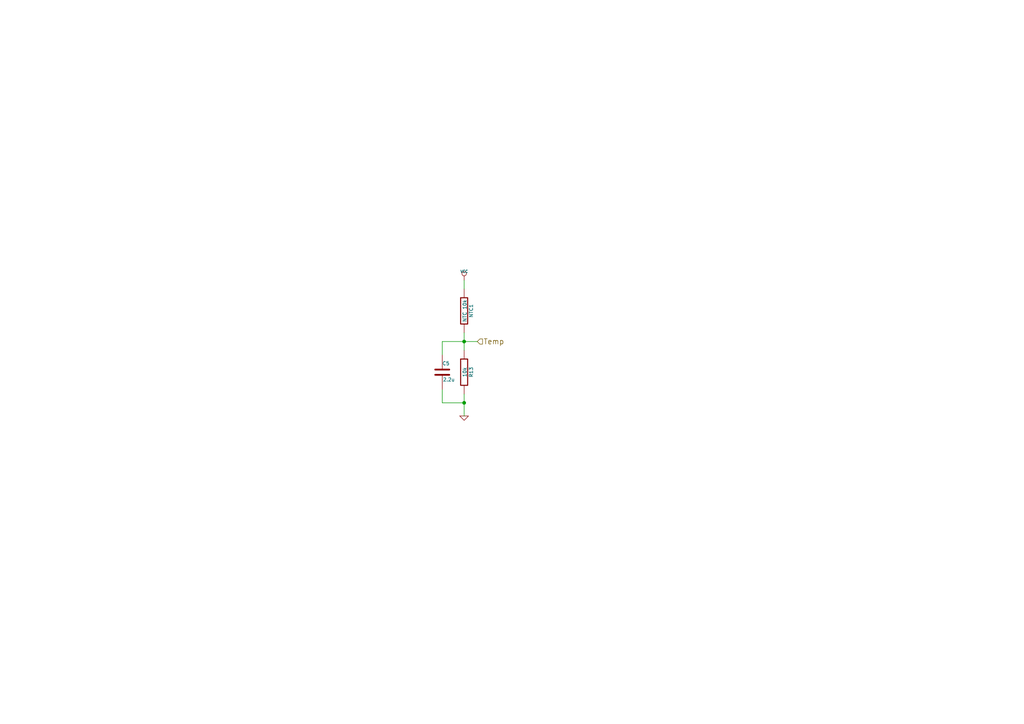
<source format=kicad_sch>
(kicad_sch (version 20231120) (generator "eeschema") (generator_version "8.0")
  (paper "A4")
  (lib_symbols
    (symbol "BLDC_4-rescue:C-RESCUE-BLDC_4" (pin_numbers hide) (pin_names (offset 0.254))
      (property "Reference" "C" (at 0 2.54 0))
      (property "Value" "C-RESCUE-BLDC_4" (at 0.1524 -2.159 0))
      (symbol "C-RESCUE-BLDC_4_0_1"
        (polyline (pts (xy -2.032 -0.762) (xy 2.032 -0.762)) (stroke (width 0.508)))
        (polyline (pts (xy -2.032 0.762) (xy 2.032 0.762)) (stroke (width 0.508)))
      )
      (symbol "C-RESCUE-BLDC_4_1_1"
        (pin passive line (at 0 5.08 270) (length 4.318) (name "~") (number "1"))
        (pin passive line (at 0 -5.08 90) (length 4.318) (name "~") (number "2"))
      )
    )
    (symbol "BLDC_4-rescue:GND-RESCUE-BLDC_4" (power) (pin_names (offset 0))
      (symbol "GND-RESCUE-BLDC_4_0_1"
        (polyline (pts (xy -1.27 0) (xy 0 -1.27) (xy 1.27 0) (xy -1.27 0)))
      )
      (symbol "GND-RESCUE-BLDC_4_1_1"
        (pin power_in line (at 0 0 90) (length 0) hide (name "GND") (number "1"))
      )
    )
    (symbol "BLDC_4-rescue:R-RESCUE-BLDC_4" (pin_numbers hide) (pin_names (offset 0))
      (property "Reference" "R" (at 2.032 0 90))
      (property "Value" "R-RESCUE-BLDC_4" (at 0.1778 0.0254 90))
      (symbol "R-RESCUE-BLDC_4_0_1"
        (rectangle (start -1.016 3.81) (end 1.016 -3.81) (stroke (width 0.3048)))
      )
      (symbol "R-RESCUE-BLDC_4_1_1"
        (pin passive line (at 0 6.35 270) (length 2.54) (name "~") (number "1"))
        (pin passive line (at 0 -6.35 90) (length 2.54) (name "~") (number "2"))
      )
    )
    (symbol "BLDC_4-rescue:VCC" (power) (pin_names (offset 0))
      (property "Value" "VCC" (at 0 3.81 0))
      (symbol "VCC_0_1"
        (polyline (pts (xy 0 0) (xy 0 1.27)))
        (circle (center 0 1.905) (radius 0.635))
      )
      (symbol "VCC_1_1"
        (pin power_in line (at 0 0 90) (length 0) hide (name "VCC") (number "1"))
      )
    )
  )
  (junction (at 134.62 116.84))
  (junction (at 134.62 99.06))
  (wire (pts (xy 128.27 99.06) (xy 128.27 102.87)))
  (wire (pts (xy 128.27 99.06) (xy 134.62 99.06)))
  (wire (pts (xy 128.27 113.03) (xy 128.27 116.84)))
  (wire (pts (xy 134.62 99.06) (xy 138.43 99.06)))
  (wire (pts (xy 134.62 99.06) (xy 134.62 101.6)))
  (wire (pts (xy 134.62 96.52) (xy 134.62 99.06)))
  (wire (pts (xy 128.27 116.84) (xy 134.62 116.84)))
  (wire (pts (xy 134.62 114.3) (xy 134.62 116.84)))
  (wire (pts (xy 134.62 81.28) (xy 134.62 83.82)))
  (wire (pts (xy 134.62 116.84) (xy 134.62 120.65)))
  (hierarchical_label "Temp" (shape input) (at 138.43 99.06 0) (effects (font (size 1.524 1.524))))
  (symbol (lib_id "BLDC_4-rescue:R-RESCUE-BLDC_4") (at 134.62 90.17 0) (unit 1)
    (property "Reference" "NTC1" (at 136.652 90.17 90) (effects (font (size 1.016 1.016))))
    (property "Value" "NTC 10k" (at 134.7978 90.1446 90) (effects (font (size 1.016 1.016))))
    (property "Footprint" "Resistor_SMD:R_0603_1608Metric" (effects (hide yes)))
  )
  (symbol (lib_id "BLDC_4-rescue:R-RESCUE-BLDC_4") (at 134.62 107.95 0) (unit 1)
    (property "Reference" "R13" (at 136.652 107.95 90) (effects (font (size 1.016 1.016))))
    (property "Value" "10k" (at 134.7978 107.9246 90) (effects (font (size 1.016 1.016))))
    (property "Footprint" "Resistor_SMD:R_0603_1608Metric" (effects (hide yes)))
  )
  (symbol (lib_id "BLDC_4-rescue:C-RESCUE-BLDC_4") (at 128.27 107.95 0) (unit 1)
    (property "Reference" "C5" (at 128.27 105.41 0) (effects (font (size 1.016 1.016)) (justify left)))
    (property "Value" "2.2u" (at 128.4224 110.109 0) (effects (font (size 1.016 1.016)) (justify left)))
    (property "Footprint" "Capacitor_SMD:C_0603_1608Metric" (effects (hide yes)))
  )
  (symbol (lib_id "BLDC_4-rescue:VCC") (at 134.62 81.28 0) (unit 1)
    (property "Reference" "#PWR021" (effects (hide yes)))
    (property "Value" "VCC" (at 134.62 78.74 0) (effects (font (size 0.762 0.762))))
  )
  (symbol (lib_id "BLDC_4-rescue:GND-RESCUE-BLDC_4") (at 134.62 120.65 0) (unit 1)
    (property "Reference" "#PWR022" (effects (hide yes)))
    (property "Value" "GND" (effects (hide yes)))
  )
)
</source>
